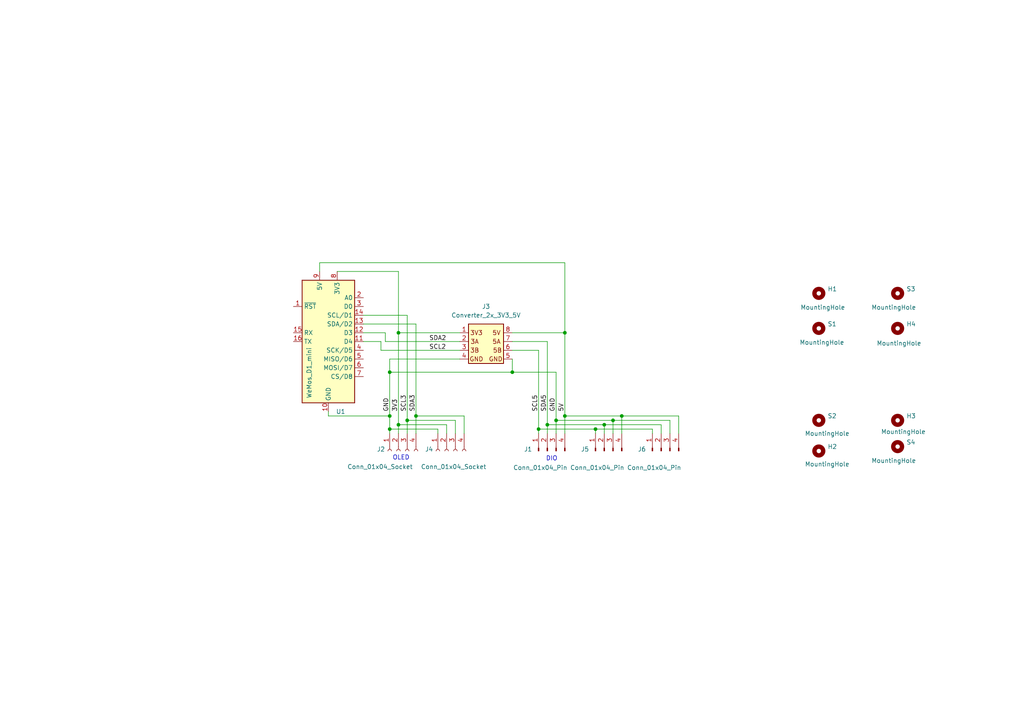
<source format=kicad_sch>
(kicad_sch (version 20231120) (generator "eeschema") (generator_version "8.0")
  (paper "A4")
  (lib_symbols
    (symbol "Connector:Conn_01x04_Pin" (pin_names (offset 1.016) hide)
      (property "Reference" "J" (at 0 5.08 0))
      (property "Value" "Conn_01x04_Pin" (at 0 -7.62 0))
      (symbol "Conn_01x04_Pin_1_1"
        (polyline (pts (xy 1.27 -5.08) (xy 0.8636 -5.08)) (stroke (width 0.1524)))
        (polyline (pts (xy 1.27 -2.54) (xy 0.8636 -2.54)) (stroke (width 0.1524)))
        (polyline (pts (xy 1.27 0) (xy 0.8636 0)) (stroke (width 0.1524)))
        (polyline (pts (xy 1.27 2.54) (xy 0.8636 2.54)) (stroke (width 0.1524)))
        (rectangle (start 0.8636 -4.953) (end 0 -5.207) (stroke (width 0.1524)) (fill (type outline)))
        (rectangle (start 0.8636 -2.413) (end 0 -2.667) (stroke (width 0.1524)) (fill (type outline)))
        (rectangle (start 0.8636 0.127) (end 0 -0.127) (stroke (width 0.1524)) (fill (type outline)))
        (rectangle (start 0.8636 2.667) (end 0 2.413) (stroke (width 0.1524)) (fill (type outline)))
        (pin passive line (at 5.08 2.54 180) (length 3.81) (name "Pin_1") (number "1"))
        (pin passive line (at 5.08 0 180) (length 3.81) (name "Pin_2") (number "2"))
        (pin passive line (at 5.08 -2.54 180) (length 3.81) (name "Pin_3") (number "3"))
        (pin passive line (at 5.08 -5.08 180) (length 3.81) (name "Pin_4") (number "4"))
      )
    )
    (symbol "Connector:Conn_01x04_Socket" (pin_names (offset 1.016) hide)
      (property "Reference" "J" (at 0 5.08 0))
      (property "Value" "Conn_01x04_Socket" (at 0 -7.62 0))
      (symbol "Conn_01x04_Socket_1_1"
        (arc (start 0 -4.572) (mid -0.5058 -5.08) (end 0 -5.588) (stroke (width 0.1524)))
        (arc (start 0 -2.032) (mid -0.5058 -2.54) (end 0 -3.048) (stroke (width 0.1524)))
        (polyline (pts (xy -1.27 -5.08) (xy -0.508 -5.08)) (stroke (width 0.1524)))
        (polyline (pts (xy -1.27 -2.54) (xy -0.508 -2.54)) (stroke (width 0.1524)))
        (polyline (pts (xy -1.27 0) (xy -0.508 0)) (stroke (width 0.1524)))
        (polyline (pts (xy -1.27 2.54) (xy -0.508 2.54)) (stroke (width 0.1524)))
        (arc (start 0 0.508) (mid -0.5058 0) (end 0 -0.508) (stroke (width 0.1524)))
        (arc (start 0 3.048) (mid -0.5058 2.54) (end 0 2.032) (stroke (width 0.1524)))
        (pin passive line (at -5.08 2.54 0) (length 3.81) (name "Pin_1") (number "1"))
        (pin passive line (at -5.08 0 0) (length 3.81) (name "Pin_2") (number "2"))
        (pin passive line (at -5.08 -2.54 0) (length 3.81) (name "Pin_3") (number "3"))
        (pin passive line (at -5.08 -5.08 0) (length 3.81) (name "Pin_4") (number "4"))
      )
    )
    (symbol "MCU_Module:WeMos_D1_mini"
      (property "Reference" "U" (at 3.81 19.05 0))
      (property "Value" "WeMos_D1_mini" (at 1.27 -19.05 0))
      (symbol "WeMos_D1_mini_1_1"
        (rectangle (start -7.62 17.78) (end 7.62 -17.78) (stroke (width 0.254)) (fill (type background)))
        (pin input line (at -10.16 10.16 0) (length 2.54) (name "~{RST}") (number "1"))
        (pin power_in line (at 0 -20.32 90) (length 2.54) (name "GND") (number "10"))
        (pin bidirectional line (at 10.16 0 180) (length 2.54) (name "D4") (number "11"))
        (pin bidirectional line (at 10.16 2.54 180) (length 2.54) (name "D3") (number "12"))
        (pin bidirectional line (at 10.16 5.08 180) (length 2.54) (name "SDA/D2") (number "13"))
        (pin bidirectional line (at 10.16 7.62 180) (length 2.54) (name "SCL/D1") (number "14"))
        (pin input line (at -10.16 2.54 0) (length 2.54) (name "RX") (number "15"))
        (pin output line (at -10.16 0 0) (length 2.54) (name "TX") (number "16"))
        (pin input line (at 10.16 12.7 180) (length 2.54) (name "A0") (number "2"))
        (pin bidirectional line (at 10.16 10.16 180) (length 2.54) (name "D0") (number "3"))
        (pin bidirectional line (at 10.16 -2.54 180) (length 2.54) (name "SCK/D5") (number "4"))
        (pin bidirectional line (at 10.16 -5.08 180) (length 2.54) (name "MISO/D6") (number "5"))
        (pin bidirectional line (at 10.16 -7.62 180) (length 2.54) (name "MOSI/D7") (number "6"))
        (pin bidirectional line (at 10.16 -10.16 180) (length 2.54) (name "CS/D8") (number "7"))
        (pin power_out line (at 2.54 20.32 270) (length 2.54) (name "3V3") (number "8"))
        (pin power_in line (at -2.54 20.32 270) (length 2.54) (name "5V") (number "9"))
      )
    )
    (symbol "_kh_library:Converter_2x_3V3_5V" (pin_names (offset 1.016) hide)
      (property "Reference" "J" (at 9.144 3.81 0))
      (property "Value" "Converter_2x_3V3_5V" (at 10.922 5.842 0))
      (symbol "Converter_2x_3V3_5V_1_1"
        (rectangle (start 3.81 2.54) (end 13.97 -8.89) (stroke (width 0.254)) (fill (type background)))
        (text "3A" (at 5.588 -2.54 0) (effects (font (size 1.27 1.27))))
        (text "3B" (at 5.588 -5.08 0) (effects (font (size 1.27 1.27))))
        (text "3V3" (at 6.096 0 0) (effects (font (size 1.27 1.27))))
        (text "5A" (at 11.938 -2.54 0) (effects (font (size 1.27 1.27))))
        (text "5B" (at 12.192 -5.08 0) (effects (font (size 1.27 1.27))))
        (text "5V" (at 11.938 0 0) (effects (font (size 1.27 1.27))))
        (text "GND" (at 6.096 -7.62 0) (effects (font (size 1.27 1.27))))
        (text "GND" (at 11.684 -7.62 0) (effects (font (size 1.27 1.27))))
        (pin power_in line (at 1.27 0 0) (length 2.54) (name "Pin_1") (number "1"))
        (pin passive line (at 1.27 -2.54 0) (length 2.54) (name "3A") (number "2"))
        (pin passive line (at 1.27 -5.08 0) (length 2.54) (name "Pin_3") (number "3"))
        (pin power_in line (at 1.27 -7.62 0) (length 2.54) (name "PIN_4") (number "4"))
        (pin power_in line (at 16.51 -7.62 180) (length 2.54) (name "Pin_5") (number "5"))
        (pin passive line (at 16.51 -5.08 180) (length 2.54) (name "Pin_6") (number "6"))
        (pin passive line (at 16.51 -2.54 180) (length 2.54) (name "Pin_7") (number "7"))
        (pin power_in line (at 16.51 0 180) (length 2.54) (name "Pin_8") (number "8"))
      )
    )
    (symbol "_kh_library:MountingHole" (pin_names (offset 1.016)) (exclude_from_sim yes) (in_bom no)
      (property "Reference" "H" (at 0 5.08 0))
      (property "Value" "MountingHole" (at 0 3.175 0))
      (symbol "MountingHole_0_1"
        (circle (center 0 0) (radius 1.27) (stroke (width 1.27)))
      )
    )
  )
  (junction (at 161.29 121.92))
  (junction (at 120.65 120.65))
  (junction (at 156.21 124.46))
  (junction (at 175.26 123.19))
  (junction (at 163.83 120.65))
  (junction (at 148.59 107.95))
  (junction (at 158.75 123.19))
  (junction (at 115.57 96.52))
  (junction (at 113.03 120.65))
  (junction (at 118.11 121.92))
  (junction (at 115.57 123.19))
  (junction (at 163.83 96.52))
  (junction (at 172.72 124.46))
  (junction (at 113.03 124.46))
  (junction (at 180.34 120.65))
  (junction (at 177.8 121.92))
  (junction (at 113.03 107.95))
  (wire (pts (xy 161.29 107.95) (xy 161.29 121.92)))
  (wire (pts (xy 115.57 96.52) (xy 115.57 123.19)))
  (wire (pts (xy 110.49 101.6) (xy 133.35 101.6)))
  (wire (pts (xy 97.79 78.74) (xy 115.57 78.74)))
  (wire (pts (xy 191.77 123.19) (xy 191.77 125.73)))
  (wire (pts (xy 113.03 104.14) (xy 133.35 104.14)))
  (wire (pts (xy 163.83 96.52) (xy 163.83 120.65)))
  (wire (pts (xy 120.65 120.65) (xy 120.65 125.73)))
  (wire (pts (xy 156.21 101.6) (xy 156.21 124.46)))
  (wire (pts (xy 111.76 99.06) (xy 111.76 96.52)))
  (wire (pts (xy 177.8 125.73) (xy 177.8 121.92)))
  (wire (pts (xy 194.31 121.92) (xy 194.31 125.73)))
  (wire (pts (xy 172.72 124.46) (xy 189.23 124.46)))
  (wire (pts (xy 129.54 125.73) (xy 129.54 123.19)))
  (wire (pts (xy 148.59 104.14) (xy 148.59 107.95)))
  (wire (pts (xy 177.8 121.92) (xy 194.31 121.92)))
  (wire (pts (xy 111.76 96.52) (xy 105.41 96.52)))
  (wire (pts (xy 133.35 99.06) (xy 111.76 99.06)))
  (wire (pts (xy 113.03 107.95) (xy 113.03 120.65)))
  (wire (pts (xy 105.41 99.06) (xy 110.49 99.06)))
  (wire (pts (xy 180.34 125.73) (xy 180.34 120.65)))
  (wire (pts (xy 180.34 120.65) (xy 163.83 120.65)))
  (wire (pts (xy 163.83 120.65) (xy 163.83 125.73)))
  (wire (pts (xy 163.83 76.2) (xy 163.83 96.52)))
  (wire (pts (xy 110.49 99.06) (xy 110.49 101.6)))
  (wire (pts (xy 113.03 107.95) (xy 113.03 104.14)))
  (wire (pts (xy 115.57 78.74) (xy 115.57 96.52)))
  (wire (pts (xy 92.71 76.2) (xy 92.71 78.74)))
  (wire (pts (xy 129.54 123.19) (xy 115.57 123.19)))
  (wire (pts (xy 115.57 123.19) (xy 115.57 125.73)))
  (wire (pts (xy 95.25 120.65) (xy 113.03 120.65)))
  (wire (pts (xy 118.11 121.92) (xy 118.11 125.73)))
  (wire (pts (xy 115.57 96.52) (xy 133.35 96.52)))
  (wire (pts (xy 175.26 123.19) (xy 158.75 123.19)))
  (wire (pts (xy 120.65 93.98) (xy 120.65 120.65)))
  (wire (pts (xy 177.8 121.92) (xy 161.29 121.92)))
  (wire (pts (xy 148.59 101.6) (xy 156.21 101.6)))
  (wire (pts (xy 148.59 107.95) (xy 113.03 107.95)))
  (wire (pts (xy 132.08 121.92) (xy 118.11 121.92)))
  (wire (pts (xy 156.21 124.46) (xy 172.72 124.46)))
  (wire (pts (xy 180.34 120.65) (xy 196.85 120.65)))
  (wire (pts (xy 92.71 76.2) (xy 163.83 76.2)))
  (wire (pts (xy 95.25 119.38) (xy 95.25 120.65)))
  (wire (pts (xy 161.29 121.92) (xy 161.29 125.73)))
  (wire (pts (xy 163.83 96.52) (xy 148.59 96.52)))
  (wire (pts (xy 156.21 124.46) (xy 156.21 125.73)))
  (wire (pts (xy 148.59 107.95) (xy 161.29 107.95)))
  (wire (pts (xy 113.03 120.65) (xy 113.03 124.46)))
  (wire (pts (xy 175.26 125.73) (xy 175.26 123.19)))
  (wire (pts (xy 134.62 120.65) (xy 120.65 120.65)))
  (wire (pts (xy 118.11 91.44) (xy 105.41 91.44)))
  (wire (pts (xy 105.41 93.98) (xy 120.65 93.98)))
  (wire (pts (xy 196.85 120.65) (xy 196.85 125.73)))
  (wire (pts (xy 172.72 125.73) (xy 172.72 124.46)))
  (wire (pts (xy 134.62 125.73) (xy 134.62 120.65)))
  (wire (pts (xy 127 125.73) (xy 127 124.46)))
  (wire (pts (xy 148.59 99.06) (xy 158.75 99.06)))
  (wire (pts (xy 189.23 124.46) (xy 189.23 125.73)))
  (wire (pts (xy 175.26 123.19) (xy 191.77 123.19)))
  (wire (pts (xy 158.75 99.06) (xy 158.75 123.19)))
  (wire (pts (xy 118.11 91.44) (xy 118.11 121.92)))
  (wire (pts (xy 113.03 124.46) (xy 113.03 125.73)))
  (wire (pts (xy 158.75 123.19) (xy 158.75 125.73)))
  (wire (pts (xy 132.08 125.73) (xy 132.08 121.92)))
  (wire (pts (xy 127 124.46) (xy 113.03 124.46)))
  (text "DIO" (at 160.02 133.096 0) (effects (font (size 1.27 1.27))))
  (text "OLED" (at 116.332 132.842 0) (effects (font (size 1.27 1.27))))
  (label "GND" (at 113.03 119.38 90))
  (label "5V" (at 163.83 119.38 90))
  (label "SCL2" (at 124.46 101.6 0))
  (label "SCL3" (at 118.11 119.38 90))
  (label "SDA3" (at 120.65 119.38 90))
  (label "SCL5" (at 156.21 119.38 90))
  (label "3V3" (at 115.57 119.38 90))
  (label "SDA5" (at 158.75 119.38 90))
  (label "SDA2" (at 124.46 99.06 0))
  (label "GND" (at 161.29 119.38 90))
  (symbol (lib_id "_kh_library:MountingHole") (at 260.35 129.54 0) (unit 1) (exclude_from_sim yes) (in_bom no)
    (property "Reference" "S4" (at 262.89 128.2699 0) (effects (justify left)))
    (property "Value" "MountingHole" (at 252.73 133.604 0) (effects (justify left)))
    (property "Footprint" "_kh_library:Hole_3.2mm_M3_Pad_TopBottom_kh" (effects (hide yes)))
    (property "Description" "Mounting Hole without connection" (effects (hide yes)))
  )
  (symbol (lib_id "MCU_Module:WeMos_D1_mini") (at 95.25 99.06 0) (unit 1)
    (property "Reference" "U1" (at 97.4441 119.38 0) (effects (justify left)))
    (property "Value" "WeMos_D1_mini" (at 89.662 115.57 90) (effects (justify left)))
    (property "Footprint" "_kh_library:WEMOS_D1_mini_kh_shield_2" (effects (hide yes)))
    (property "Datasheet" "https://wiki.wemos.cc/products:d1:d1_mini#documentation" (effects (hide yes)))
    (property "Description" "32-bit microcontroller module with WiFi" (effects (hide yes)))
  )
  (symbol (lib_id "_kh_library:MountingHole") (at 237.49 95.25 0) (unit 1) (exclude_from_sim yes) (in_bom no)
    (property "Reference" "S1" (at 240.03 93.9799 0) (effects (justify left)))
    (property "Value" "MountingHole" (at 231.902 99.314 0) (effects (justify left)))
    (property "Footprint" "_kh_library:Hole_3.2mm_M3_Pad_TopBottom_kh" (effects (hide yes)))
    (property "Description" "Mounting Hole without connection" (effects (hide yes)))
  )
  (symbol (lib_id "_kh_library:MountingHole") (at 260.35 121.92 0) (unit 1) (exclude_from_sim yes) (in_bom no)
    (property "Reference" "H3" (at 262.89 120.6499 0) (effects (justify left)))
    (property "Value" "MountingHole" (at 255.524 125.222 0) (effects (justify left)))
    (property "Footprint" "_kh_library:MountingHole_2.2mm_M2_Pad_TopBottom_kh" (effects (hide yes)))
    (property "Description" "Mounting Hole without connection" (effects (hide yes)))
  )
  (symbol (lib_id "_kh_library:MountingHole") (at 237.49 130.81 0) (unit 1) (exclude_from_sim yes) (in_bom no)
    (property "Reference" "H2" (at 240.03 129.5399 0) (effects (justify left)))
    (property "Value" "MountingHole" (at 233.426 134.62 0) (effects (justify left)))
    (property "Footprint" "_kh_library:MountingHole_2.2mm_M2_Pad_TopBottom_kh" (effects (hide yes)))
    (property "Description" "Mounting Hole without connection" (effects (hide yes)))
  )
  (symbol (lib_id "Connector:Conn_01x04_Socket") (at 115.57 130.81 90) (mirror x) (unit 1)
    (property "Reference" "J2" (at 110.49 130.302 90))
    (property "Value" "Conn_01x04_Socket" (at 110.236 135.382 90))
    (property "Footprint" "_kh_library:PinSocket_1x04_P2.54mm_Vertical_kh" (effects (hide yes)))
    (property "Description" "Generic connector, single row, 01x04, script generated" (effects (hide yes)))
  )
  (symbol (lib_id "Connector:Conn_01x04_Socket") (at 129.54 130.81 90) (mirror x) (unit 1)
    (property "Reference" "J4" (at 124.46 130.302 90))
    (property "Value" "Conn_01x04_Socket" (at 131.572 135.382 90))
    (property "Footprint" "_kh_library:PinSocket_1x04_P2.54mm_Vertical_kh" (effects (hide yes)))
    (property "Description" "Generic connector, single row, 01x04, script generated" (effects (hide yes)))
  )
  (symbol (lib_id "Connector:Conn_01x04_Pin") (at 191.77 130.81 90) (unit 1)
    (property "Reference" "J6" (at 186.182 130.302 90))
    (property "Value" "Conn_01x04_Pin" (at 189.738 135.636 90))
    (property "Footprint" "_kh_library:PinSocket_1x04_P2.54mm_Vertical_kh" (effects (hide yes)))
    (property "Description" "Generic connector, single row, 01x04, script generated" (effects (hide yes)))
  )
  (symbol (lib_id "_kh_library:MountingHole") (at 260.35 85.09 0) (unit 1) (exclude_from_sim yes) (in_bom no)
    (property "Reference" "S3" (at 262.89 83.8199 0) (effects (justify left)))
    (property "Value" "MountingHole" (at 252.73 89.154 0) (effects (justify left)))
    (property "Footprint" "_kh_library:Hole_3.2mm_M3_Pad_TopBottom_kh" (effects (hide yes)))
    (property "Description" "Mounting Hole without connection" (effects (hide yes)))
  )
  (symbol (lib_id "_kh_library:Converter_2x_3V3_5V") (at 132.08 96.52 0) (unit 1)
    (property "Reference" "J3" (at 140.97 88.9 0))
    (property "Value" "Converter_2x_3V3_5V" (at 140.97 91.44 0))
    (property "Footprint" "_kh_library:Converter_2x_3V3_5V" (effects (hide yes)))
    (property "Description" "Converter_2x_3V3_5V" (effects (hide yes)))
  )
  (symbol (lib_id "_kh_library:MountingHole") (at 260.35 95.25 0) (unit 1) (exclude_from_sim yes) (in_bom no)
    (property "Reference" "H4" (at 262.89 93.9799 0) (effects (justify left)))
    (property "Value" "MountingHole" (at 254.254 99.568 0) (effects (justify left)))
    (property "Footprint" "_kh_library:MountingHole_2.2mm_M2_Pad_TopBottom_kh" (effects (hide yes)))
    (property "Description" "Mounting Hole without connection" (effects (hide yes)))
  )
  (symbol (lib_id "_kh_library:MountingHole") (at 237.49 85.09 0) (unit 1) (exclude_from_sim yes) (in_bom no)
    (property "Reference" "H1" (at 240.03 83.8199 0) (effects (justify left)))
    (property "Value" "MountingHole" (at 232.156 89.154 0) (effects (justify left)))
    (property "Footprint" "_kh_library:MountingHole_2.2mm_M2_Pad_TopBottom_kh" (effects (hide yes)))
    (property "Description" "Mounting Hole without connection" (effects (hide yes)))
  )
  (symbol (lib_id "Connector:Conn_01x04_Pin") (at 175.26 130.81 90) (unit 1)
    (property "Reference" "J5" (at 169.672 130.302 90))
    (property "Value" "Conn_01x04_Pin" (at 173.228 135.636 90))
    (property "Footprint" "_kh_library:PinSocket_1x04_P2.54mm_Vertical_kh" (effects (hide yes)))
    (property "Description" "Generic connector, single row, 01x04, script generated" (effects (hide yes)))
  )
  (symbol (lib_id "Connector:Conn_01x04_Pin") (at 158.75 130.81 90) (unit 1)
    (property "Reference" "J1" (at 153.162 130.302 90))
    (property "Value" "Conn_01x04_Pin" (at 156.718 135.636 90))
    (property "Footprint" "_kh_library:PinSocket_1x04_P2.54mm_Vertical_kh" (effects (hide yes)))
    (property "Description" "Generic connector, single row, 01x04, script generated" (effects (hide yes)))
  )
  (symbol (lib_id "_kh_library:MountingHole") (at 237.49 121.92 0) (unit 1) (exclude_from_sim yes) (in_bom no)
    (property "Reference" "S2" (at 240.03 120.6499 0) (effects (justify left)))
    (property "Value" "MountingHole" (at 233.426 125.73 0) (effects (justify left)))
    (property "Footprint" "_kh_library:Hole_3.2mm_M3_Pad_TopBottom_kh" (effects (hide yes)))
    (property "Description" "Mounting Hole without connection" (effects (hide yes)))
  )
)
</source>
